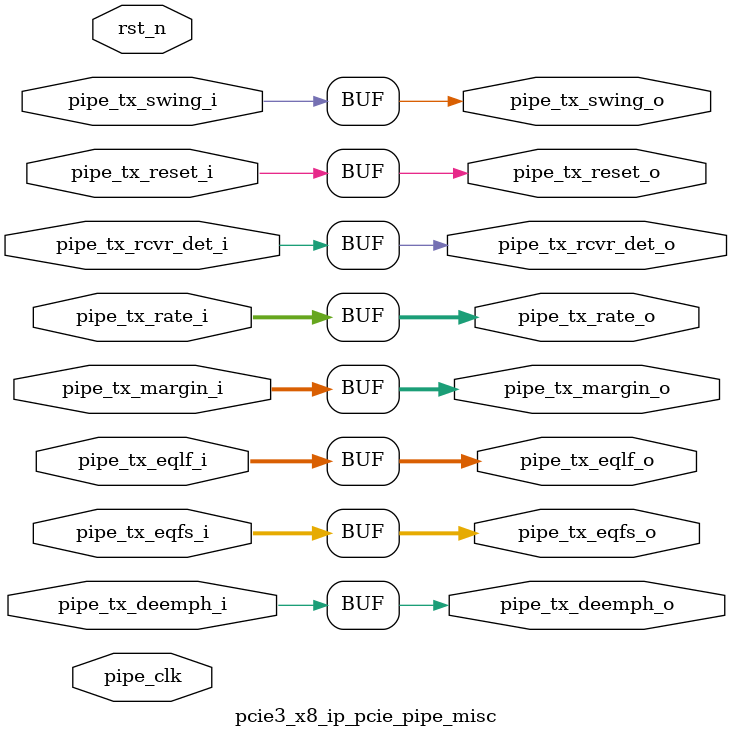
<source format=v>

`timescale 1ps/1ps

module pcie3_x8_ip_pcie_pipe_misc #
(
  parameter        TCQ = 100,
  parameter        PIPE_PIPELINE_STAGES = 0    // 0 - 0 stages, 1 - 1 stage, 2 - 2 stages
) (

  input   wire        pipe_tx_rcvr_det_i      ,     // PIPE Tx Receiver Detect
  input   wire        pipe_tx_reset_i         ,     // PIPE Tx Reset
  input   wire [1:0]  pipe_tx_rate_i          ,     // PIPE Tx Rate
  input   wire        pipe_tx_deemph_i        ,     // PIPE Tx Deemphasis
  input   wire [2:0]  pipe_tx_margin_i        ,     // PIPE Tx Margin
  input   wire        pipe_tx_swing_i         ,     // PIPE Tx Swing
  input   wire [5:0]  pipe_tx_eqfs_i          ,     // PIPE Tx
  input   wire [5:0]  pipe_tx_eqlf_i          ,     // PIPE Tx
  output  wire        pipe_tx_rcvr_det_o      ,     // Pipelined PIPE Tx Receiver Detect
  output  wire        pipe_tx_reset_o         ,     // Pipelined PIPE Tx Reset
  output  wire [1:0]  pipe_tx_rate_o          ,     // Pipelined PIPE Tx Rate
  output  wire        pipe_tx_deemph_o        ,     // Pipelined PIPE Tx Deemphasis
  output  wire [2:0]  pipe_tx_margin_o        ,     // Pipelined PIPE Tx Margin
  output  wire        pipe_tx_swing_o         ,     // Pipelined PIPE Tx Swing
  output wire [5:0]  pipe_tx_eqfs_o           ,     // PIPE Tx
  output wire [5:0]  pipe_tx_eqlf_o           ,     // PIPE Tx

  input   wire        pipe_clk                ,     // PIPE Clock
  input   wire        rst_n                         // Reset
);

  //******************************************************************//
  // Reality check.                                                   //
  //******************************************************************//

  reg                pipe_tx_rcvr_det_q       ;
  reg                pipe_tx_reset_q          ;
  reg [1:0]          pipe_tx_rate_q           ;
  reg                pipe_tx_deemph_q         ;
  reg [2:0]          pipe_tx_margin_q         ;
  reg                pipe_tx_swing_q          ;
  reg                pipe_tx_eqfs_q          ;
  reg                pipe_tx_eqlf_q          ;

  reg                pipe_tx_rcvr_det_qq      ;
  reg                pipe_tx_reset_qq         ;
  reg [1:0]          pipe_tx_rate_qq          ;
  reg                pipe_tx_deemph_qq        ;
  reg [2:0]          pipe_tx_margin_qq        ;
  reg                pipe_tx_swing_qq         ;
  reg                pipe_tx_eqfs_qq          ;
  reg                pipe_tx_eqlf_qq          ;


  generate

  if (PIPE_PIPELINE_STAGES == 0) begin : pipe_stages_0

      assign pipe_tx_rcvr_det_o = pipe_tx_rcvr_det_i;
      assign pipe_tx_reset_o    = pipe_tx_reset_i;
      assign pipe_tx_rate_o     = pipe_tx_rate_i;
      assign pipe_tx_deemph_o   = pipe_tx_deemph_i;
      assign pipe_tx_margin_o   = pipe_tx_margin_i;
      assign pipe_tx_swing_o    = pipe_tx_swing_i;
      assign pipe_tx_eqfs_o     = pipe_tx_eqfs_i;
      assign pipe_tx_eqlf_o     = pipe_tx_eqlf_i;

  end // if (PIPE_PIPELINE_STAGES == 0)
  else if (PIPE_PIPELINE_STAGES == 1) begin : pipe_stages_1

    always @(posedge pipe_clk) begin

      if (!rst_n)
      begin

        pipe_tx_rcvr_det_q <= #TCQ 1'b0;
        pipe_tx_reset_q    <= #TCQ 1'b1;
        pipe_tx_rate_q     <= #TCQ 2'b0;
        pipe_tx_deemph_q   <= #TCQ 1'b1;
        pipe_tx_margin_q   <= #TCQ 3'b0;
        pipe_tx_swing_q    <= #TCQ 1'b0;
        pipe_tx_eqfs_q     <= #TCQ 5'b0;
        pipe_tx_eqlf_q     <= #TCQ 5'b0;

      end
      else
      begin

        pipe_tx_rcvr_det_q <= #TCQ pipe_tx_rcvr_det_i;
        pipe_tx_reset_q    <= #TCQ pipe_tx_reset_i;
        pipe_tx_rate_q     <= #TCQ pipe_tx_rate_i;
        pipe_tx_deemph_q   <= #TCQ pipe_tx_deemph_i;
        pipe_tx_margin_q   <= #TCQ pipe_tx_margin_i;
        pipe_tx_swing_q    <= #TCQ pipe_tx_swing_i;
        pipe_tx_eqfs_q     <= #TCQ pipe_tx_eqfs_i;
        pipe_tx_eqlf_q     <= #TCQ pipe_tx_eqlf_i;

      end

    end

    assign pipe_tx_rcvr_det_o = pipe_tx_rcvr_det_q;
    assign pipe_tx_reset_o    = pipe_tx_reset_q;
    assign pipe_tx_rate_o     = pipe_tx_rate_q;
    assign pipe_tx_deemph_o   = pipe_tx_deemph_q;
    assign pipe_tx_margin_o   = pipe_tx_margin_q;
    assign pipe_tx_swing_o    = pipe_tx_swing_q;
    assign pipe_tx_eqfs_o     = pipe_tx_eqfs_q;
    assign pipe_tx_eqlf_o     = pipe_tx_eqlf_q;

  end // if (PIPE_PIPELINE_STAGES == 1)
  else if (PIPE_PIPELINE_STAGES == 2) begin : pipe_stages_2

    always @(posedge pipe_clk) begin

      if (!rst_n)
      begin

        pipe_tx_rcvr_det_q  <= #TCQ 1'b0;
        pipe_tx_reset_q     <= #TCQ 1'b1;
        pipe_tx_rate_q      <= #TCQ 2'b0;
        pipe_tx_deemph_q    <= #TCQ 1'b1;
        pipe_tx_margin_q    <= #TCQ 1'b0;
        pipe_tx_swing_q     <= #TCQ 1'b0;
        pipe_tx_eqfs_q      <= #TCQ 5'b0;
        pipe_tx_eqlf_q      <= #TCQ 5'b0;

        pipe_tx_rcvr_det_qq <= #TCQ 1'b0;
        pipe_tx_reset_qq    <= #TCQ 1'b1;
        pipe_tx_rate_qq     <= #TCQ 2'b0;
        pipe_tx_deemph_qq   <= #TCQ 1'b1;
        pipe_tx_margin_qq   <= #TCQ 1'b0;
        pipe_tx_swing_qq    <= #TCQ 1'b0;
        pipe_tx_eqfs_qq     <= #TCQ 5'b0;
        pipe_tx_eqlf_qq     <= #TCQ 5'b0;

      end
      else
      begin

        pipe_tx_rcvr_det_q  <= #TCQ pipe_tx_rcvr_det_i;
        pipe_tx_reset_q     <= #TCQ pipe_tx_reset_i;
        pipe_tx_rate_q      <= #TCQ pipe_tx_rate_i;
        pipe_tx_deemph_q    <= #TCQ pipe_tx_deemph_i;
        pipe_tx_margin_q    <= #TCQ pipe_tx_margin_i;
        pipe_tx_swing_q     <= #TCQ pipe_tx_swing_i;
        pipe_tx_eqfs_q      <= #TCQ pipe_tx_eqfs_i;
        pipe_tx_eqlf_q      <= #TCQ pipe_tx_eqlf_i;

        pipe_tx_rcvr_det_qq <= #TCQ pipe_tx_rcvr_det_q;
        pipe_tx_reset_qq    <= #TCQ pipe_tx_reset_q;
        pipe_tx_rate_qq     <= #TCQ pipe_tx_rate_q;
        pipe_tx_deemph_qq   <= #TCQ pipe_tx_deemph_q;
        pipe_tx_margin_qq   <= #TCQ pipe_tx_margin_q;
        pipe_tx_swing_qq    <= #TCQ pipe_tx_swing_q;
        pipe_tx_eqfs_qq     <= #TCQ pipe_tx_eqfs_q;
        pipe_tx_eqlf_qq     <= #TCQ pipe_tx_eqlf_q;

      end

    end

    assign pipe_tx_rcvr_det_o = pipe_tx_rcvr_det_qq;
    assign pipe_tx_reset_o    = pipe_tx_reset_qq;
    assign pipe_tx_rate_o     = pipe_tx_rate_qq;
    assign pipe_tx_deemph_o   = pipe_tx_deemph_qq;
    assign pipe_tx_margin_o   = pipe_tx_margin_qq;
    assign pipe_tx_swing_o    = pipe_tx_swing_qq;
    assign pipe_tx_eqfs_o     = pipe_tx_eqfs_qq;
    assign pipe_tx_eqlf_o     = pipe_tx_eqlf_qq;

  end // if (PIPE_PIPELINE_STAGES == 2)

  // Default to zero pipeline stages if PIPE_PIPELINE_STAGES != 0,1,2
  else begin
    assign pipe_tx_rcvr_det_o = pipe_tx_rcvr_det_i;
    assign pipe_tx_reset_o    = pipe_tx_reset_i;
    assign pipe_tx_rate_o     = pipe_tx_rate_i;
    assign pipe_tx_deemph_o   = pipe_tx_deemph_i;
    assign pipe_tx_margin_o   = pipe_tx_margin_i;
    assign pipe_tx_swing_o    = pipe_tx_swing_i;
    assign pipe_tx_eqfs_o     = pipe_tx_eqfs_i;
    assign pipe_tx_eqlf_o     = pipe_tx_eqlf_i;
  end
  endgenerate

endmodule


</source>
